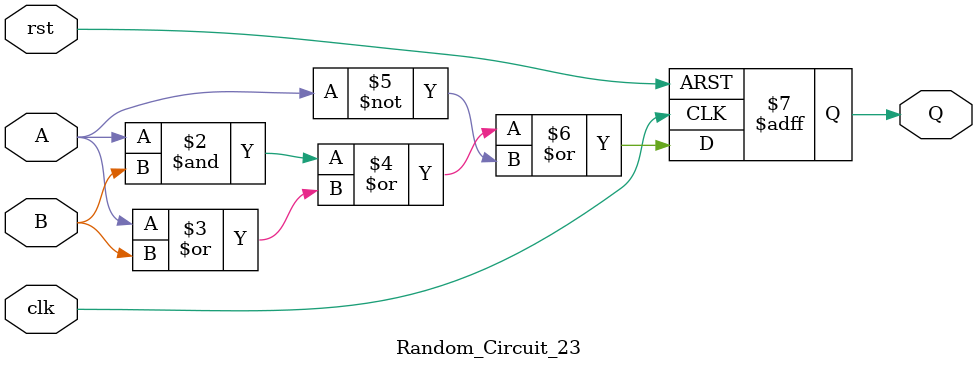
<source format=v>
module Random_Circuit_23 (
    input A, B, clk, rst,
    output reg Q
);
    always @(posedge clk or posedge rst) begin
        if (rst)
            Q <= 0;
        else
            Q <= (A & B) | (A | B) | ~A;  // AND, OR, NOT logic
    end
endmodule

</source>
